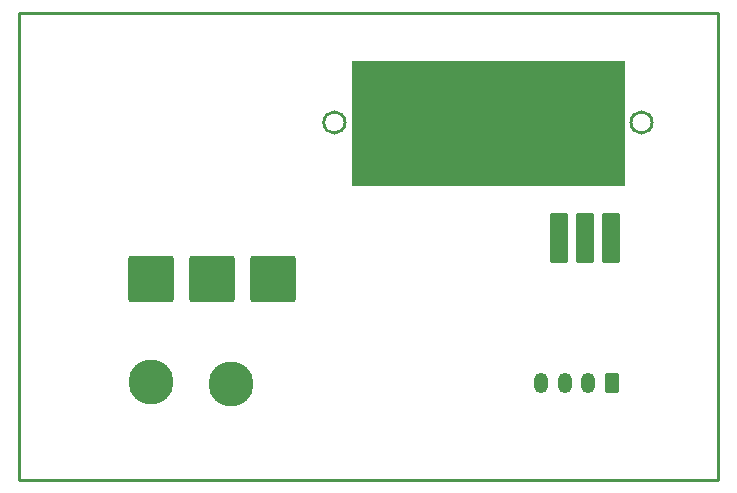
<source format=gbr>
G04 #@! TF.GenerationSoftware,KiCad,Pcbnew,(6.0.0)*
G04 #@! TF.CreationDate,2023-04-26T16:34:13+03:00*
G04 #@! TF.ProjectId,AccLoad,4163634c-6f61-4642-9e6b-696361645f70,rev?*
G04 #@! TF.SameCoordinates,Original*
G04 #@! TF.FileFunction,Soldermask,Bot*
G04 #@! TF.FilePolarity,Negative*
%FSLAX46Y46*%
G04 Gerber Fmt 4.6, Leading zero omitted, Abs format (unit mm)*
G04 Created by KiCad (PCBNEW (6.0.0)) date 2023-04-26 16:34:13*
%MOMM*%
%LPD*%
G01*
G04 APERTURE LIST*
G04 Aperture macros list*
%AMRoundRect*
0 Rectangle with rounded corners*
0 $1 Rounding radius*
0 $2 $3 $4 $5 $6 $7 $8 $9 X,Y pos of 4 corners*
0 Add a 4 corners polygon primitive as box body*
4,1,4,$2,$3,$4,$5,$6,$7,$8,$9,$2,$3,0*
0 Add four circle primitives for the rounded corners*
1,1,$1+$1,$2,$3*
1,1,$1+$1,$4,$5*
1,1,$1+$1,$6,$7*
1,1,$1+$1,$8,$9*
0 Add four rect primitives between the rounded corners*
20,1,$1+$1,$2,$3,$4,$5,0*
20,1,$1+$1,$4,$5,$6,$7,0*
20,1,$1+$1,$6,$7,$8,$9,0*
20,1,$1+$1,$8,$9,$2,$3,0*%
G04 Aperture macros list end*
%ADD10C,0.250000*%
G04 #@! TA.AperFunction,Profile*
%ADD11C,0.250000*%
G04 #@! TD*
G04 #@! TA.AperFunction,Profile*
%ADD12C,0.100000*%
G04 #@! TD*
%ADD13RoundRect,0.250002X-1.699998X-1.699998X1.699998X-1.699998X1.699998X1.699998X-1.699998X1.699998X0*%
%ADD14C,3.800000*%
%ADD15C,2.600000*%
%ADD16RoundRect,0.250000X0.350000X0.625000X-0.350000X0.625000X-0.350000X-0.625000X0.350000X-0.625000X0*%
%ADD17O,1.200000X1.750000*%
G04 APERTURE END LIST*
D10*
X149756840Y-84935700D02*
X151056840Y-84935700D01*
X151056840Y-84935700D02*
X151056840Y-88935700D01*
X151056840Y-88935700D02*
X149756840Y-88935700D01*
X149756840Y-88935700D02*
X149756840Y-84935700D01*
G36*
X151056840Y-88935700D02*
G01*
X149756840Y-88935700D01*
X149756840Y-84935700D01*
X151056840Y-84935700D01*
X151056840Y-88935700D01*
G37*
X151056840Y-88935700D02*
X149756840Y-88935700D01*
X149756840Y-84935700D01*
X151056840Y-84935700D01*
X151056840Y-88935700D01*
X151959134Y-84929919D02*
X153259134Y-84929919D01*
X153259134Y-84929919D02*
X153259134Y-88929919D01*
X153259134Y-88929919D02*
X151959134Y-88929919D01*
X151959134Y-88929919D02*
X151959134Y-84929919D01*
G36*
X153259134Y-88929919D02*
G01*
X151959134Y-88929919D01*
X151959134Y-84929919D01*
X153259134Y-84929919D01*
X153259134Y-88929919D01*
G37*
X153259134Y-88929919D02*
X151959134Y-88929919D01*
X151959134Y-84929919D01*
X153259134Y-84929919D01*
X153259134Y-88929919D01*
X154158363Y-84942844D02*
X155458363Y-84942844D01*
X155458363Y-84942844D02*
X155458363Y-88942844D01*
X155458363Y-88942844D02*
X154158363Y-88942844D01*
X154158363Y-88942844D02*
X154158363Y-84942844D01*
G36*
X155458363Y-88942844D02*
G01*
X154158363Y-88942844D01*
X154158363Y-84942844D01*
X155458363Y-84942844D01*
X155458363Y-88942844D01*
G37*
X155458363Y-88942844D02*
X154158363Y-88942844D01*
X154158363Y-84942844D01*
X155458363Y-84942844D01*
X155458363Y-88942844D01*
D11*
X163957000Y-107442000D02*
X163957000Y-67942000D01*
X158357000Y-77192000D02*
G75*
G03*
X158357000Y-77192000I-900000J0D01*
G01*
X163957000Y-67942000D02*
X104757000Y-67942000D01*
X132357000Y-77192000D02*
G75*
G03*
X132357000Y-77192000I-900000J0D01*
G01*
X104757000Y-67942000D02*
X104757000Y-107442000D01*
X104757000Y-107442000D02*
X163957000Y-107442000D01*
D12*
X132958601Y-71943907D02*
X155955736Y-71943907D01*
X155955736Y-71943907D02*
X155955736Y-82447233D01*
X155955736Y-82447233D02*
X132958601Y-82447233D01*
X132958601Y-82447233D02*
X132958601Y-71943907D01*
G36*
X132958601Y-71943907D02*
G01*
X155955736Y-71943907D01*
X155955736Y-82447233D01*
X132958601Y-82447233D01*
X132958601Y-71943907D01*
G37*
D13*
X115967010Y-90445548D03*
D14*
X122664000Y-99311000D03*
D15*
X122664000Y-99311000D03*
D16*
X154956102Y-99242699D03*
D17*
X152956102Y-99242699D03*
X150956102Y-99242699D03*
X148956102Y-99242699D03*
D15*
X115933000Y-99184000D03*
D14*
X115933000Y-99184000D03*
D13*
X121134109Y-90437019D03*
X126257189Y-90445044D03*
M02*

</source>
